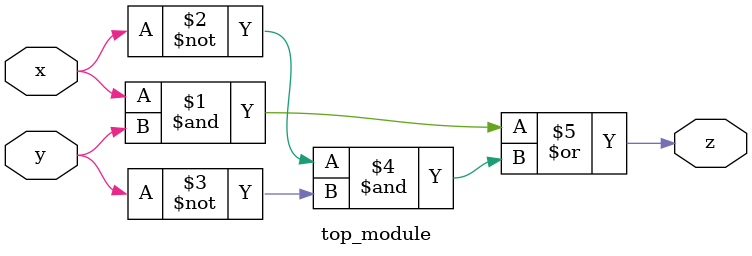
<source format=v>
module top_module (
    input x,
    input y,
    output z
);
assign z = (x & y) | (~x & ~y);
endmodule
</source>
